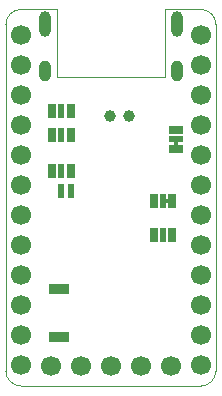
<source format=gbs>
G04 #@! TF.GenerationSoftware,KiCad,Pcbnew,8.0.0*
G04 #@! TF.CreationDate,2024-04-25T17:25:40+07:00*
G04 #@! TF.ProjectId,artemisia,61727465-6d69-4736-9961-2e6b69636164,2*
G04 #@! TF.SameCoordinates,Original*
G04 #@! TF.FileFunction,Soldermask,Bot*
G04 #@! TF.FilePolarity,Negative*
%FSLAX46Y46*%
G04 Gerber Fmt 4.6, Leading zero omitted, Abs format (unit mm)*
G04 Created by KiCad (PCBNEW 8.0.0) date 2024-04-25 17:25:40*
%MOMM*%
%LPD*%
G01*
G04 APERTURE LIST*
G04 Aperture macros list*
%AMFreePoly0*
4,1,5,0.300000,-0.600000,-0.300000,-0.600000,-0.300000,0.600000,0.300000,0.600000,0.300000,-0.600000,0.300000,-0.600000,$1*%
G04 Aperture macros list end*
%ADD10FreePoly0,90.000000*%
%ADD11R,1.200000X0.600000*%
%ADD12FreePoly0,180.000000*%
%ADD13R,0.600000X1.200000*%
%ADD14O,1.000000X2.200000*%
%ADD15O,1.000000X1.800000*%
%ADD16C,1.700000*%
%ADD17R,1.700000X0.900000*%
%ADD18C,1.000000*%
%ADD19FreePoly0,0.000000*%
G04 #@! TA.AperFunction,Profile*
%ADD20C,0.100000*%
G04 #@! TD*
G04 APERTURE END LIST*
G36*
X14250000Y-11150000D02*
G01*
X14550000Y-11150000D01*
X14550000Y-11650000D01*
X14250000Y-11650000D01*
X14250000Y-11150000D01*
G37*
G36*
X13450000Y-16350000D02*
G01*
X13950000Y-16350000D01*
X13950000Y-16050000D01*
X13450000Y-16050000D01*
X13450000Y-16350000D01*
G37*
D10*
X14400000Y-11800000D03*
D11*
X14400000Y-11000000D03*
D10*
X14400000Y-10200000D03*
D12*
X14100000Y-16200000D03*
D13*
X13300000Y-16200000D03*
D12*
X12500000Y-16200000D03*
X5500000Y-10600000D03*
D13*
X4700000Y-10600000D03*
D12*
X3900000Y-10600000D03*
X5500000Y-13700000D03*
D13*
X4700000Y-13700000D03*
D12*
X3900000Y-13700000D03*
X5500000Y-8600000D03*
D13*
X4700000Y-8600000D03*
D12*
X3900000Y-8600000D03*
D14*
X3328000Y-1250474D03*
D15*
X3328000Y-5250474D03*
D14*
X14478000Y-1250474D03*
D15*
X14478000Y-5250474D03*
D16*
X3810000Y-30162500D03*
X6350000Y-30162500D03*
X8890000Y-30162500D03*
X11430000Y-30162500D03*
X13970000Y-30162500D03*
D17*
X4500000Y-23650000D03*
X4500000Y-27750000D03*
D16*
X1270000Y-2146300D03*
X1270000Y-4686300D03*
X1270000Y-7226300D03*
X1270000Y-9766300D03*
X1270000Y-12306300D03*
X1270000Y-14846300D03*
X1270000Y-17386300D03*
X1270000Y-19926300D03*
X1270000Y-22466300D03*
X1270000Y-25006300D03*
X1270000Y-27546300D03*
X1270000Y-30086300D03*
D18*
X8800000Y-9000000D03*
D16*
X16510000Y-2146300D03*
X16510000Y-4686300D03*
X16510000Y-7226300D03*
X16510000Y-9766300D03*
X16510000Y-12306300D03*
X16510000Y-14846300D03*
X16510000Y-17386300D03*
X16510000Y-19926300D03*
X16510000Y-22466300D03*
X16510000Y-25006300D03*
X16510000Y-27546300D03*
X16510000Y-30086300D03*
D19*
X12500000Y-19100000D03*
D13*
X13300000Y-19100000D03*
D19*
X14100000Y-19100000D03*
D18*
X10400000Y-9000000D03*
D13*
X5500000Y-15400000D03*
X4700000Y-15400000D03*
D20*
X0Y-1270000D02*
X0Y-30607000D01*
X16510000Y0D02*
G75*
G02*
X17780000Y-1270000I0J-1270000D01*
G01*
X13462000Y-5711600D02*
X4318000Y-5711600D01*
X1270000Y-31877000D02*
G75*
G02*
X0Y-30607000I-3J1269997D01*
G01*
X0Y-1270000D02*
G75*
G02*
X1270000Y0I1270000J0D01*
G01*
X17780000Y-1270000D02*
X17780000Y-30607000D01*
X4318000Y-5711600D02*
X4318000Y0D01*
X13462000Y0D02*
X16510000Y0D01*
X1270000Y0D02*
X4318000Y0D01*
X1270000Y-31877000D02*
X16510000Y-31877000D01*
X13462000Y0D02*
X13462000Y-5711600D01*
X17780000Y-30607000D02*
G75*
G02*
X16510000Y-31877000I-1270000J0D01*
G01*
M02*

</source>
